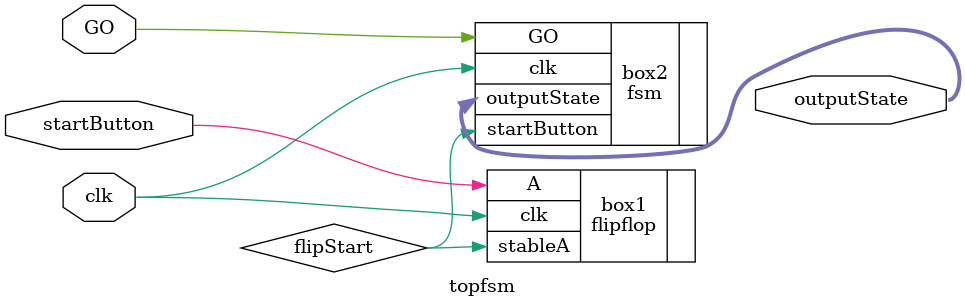
<source format=sv>

module topfsm (input logic clk, input logic GO, input logic startButton, output logic [2:0]outputState);
						
//We need two internal signals for the flip flops
logic flipStart;

//Then we create an object of type flipflop
flipflop box1(.clk(clk), .A(startButton), .stableA(flipStart));		

//Then we create an object of type fsm, where the synchronized inputs are fed
fsm box2(.clk(clk),.GO(GO),.startButton(flipStart),.outputState(outputState));
				
endmodule						

</source>
